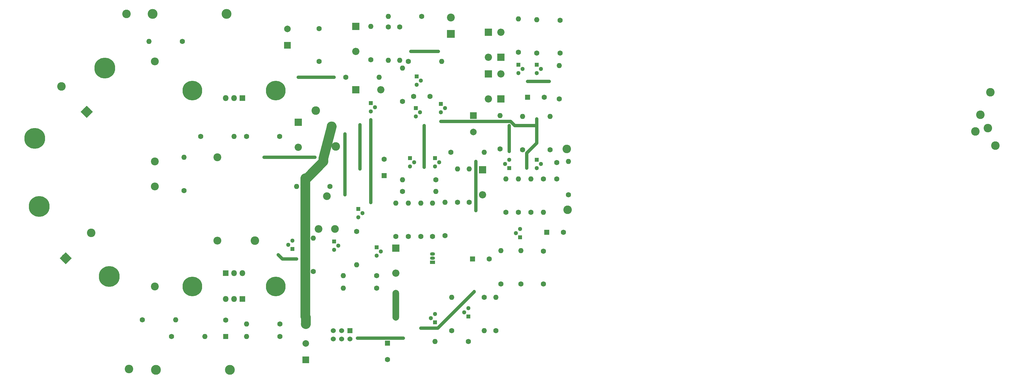
<source format=gtl>
G04 #@! TF.GenerationSoftware,KiCad,Pcbnew,5.0.1+dfsg1-3*
G04 #@! TF.CreationDate,2019-02-08T02:38:29+00:00*
G04 #@! TF.ProjectId,Trimodal Blameless_backup,5472696D6F64616C20426C616D656C65,rev?*
G04 #@! TF.SameCoordinates,Original*
G04 #@! TF.FileFunction,Copper,L1,Top,Signal*
G04 #@! TF.FilePolarity,Positive*
%FSLAX46Y46*%
G04 Gerber Fmt 4.6, Leading zero omitted, Abs format (unit mm)*
G04 Created by KiCad (PCBNEW 5.0.1+dfsg1-3) date Fri 08 Feb 2019 02:38:29 UTC*
%MOMM*%
%LPD*%
G01*
G04 APERTURE LIST*
G04 #@! TA.AperFunction,ComponentPad*
%ADD10C,6.000000*%
G04 #@! TD*
G04 #@! TA.AperFunction,ComponentPad*
%ADD11C,2.600000*%
G04 #@! TD*
G04 #@! TA.AperFunction,Conductor*
%ADD12C,0.100000*%
G04 #@! TD*
G04 #@! TA.AperFunction,ComponentPad*
%ADD13C,6.350000*%
G04 #@! TD*
G04 #@! TA.AperFunction,ComponentPad*
%ADD14O,2.400000X2.400000*%
G04 #@! TD*
G04 #@! TA.AperFunction,ComponentPad*
%ADD15C,2.400000*%
G04 #@! TD*
G04 #@! TA.AperFunction,ComponentPad*
%ADD16R,2.000000X2.000000*%
G04 #@! TD*
G04 #@! TA.AperFunction,ComponentPad*
%ADD17C,2.000000*%
G04 #@! TD*
G04 #@! TA.AperFunction,ComponentPad*
%ADD18R,2.400000X2.400000*%
G04 #@! TD*
G04 #@! TA.AperFunction,ComponentPad*
%ADD19C,1.600000*%
G04 #@! TD*
G04 #@! TA.AperFunction,ComponentPad*
%ADD20R,1.600000X1.600000*%
G04 #@! TD*
G04 #@! TA.AperFunction,ComponentPad*
%ADD21R,2.200000X2.200000*%
G04 #@! TD*
G04 #@! TA.AperFunction,ComponentPad*
%ADD22O,2.200000X2.200000*%
G04 #@! TD*
G04 #@! TA.AperFunction,ComponentPad*
%ADD23C,3.000000*%
G04 #@! TD*
G04 #@! TA.AperFunction,ComponentPad*
%ADD24O,1.800000X1.800000*%
G04 #@! TD*
G04 #@! TA.AperFunction,ComponentPad*
%ADD25R,1.800000X1.800000*%
G04 #@! TD*
G04 #@! TA.AperFunction,ComponentPad*
%ADD26C,1.300000*%
G04 #@! TD*
G04 #@! TA.AperFunction,ComponentPad*
%ADD27R,1.300000X1.300000*%
G04 #@! TD*
G04 #@! TA.AperFunction,ComponentPad*
%ADD28O,1.500000X1.050000*%
G04 #@! TD*
G04 #@! TA.AperFunction,ComponentPad*
%ADD29R,1.500000X1.050000*%
G04 #@! TD*
G04 #@! TA.AperFunction,ComponentPad*
%ADD30O,1.600000X1.600000*%
G04 #@! TD*
G04 #@! TA.AperFunction,ComponentPad*
%ADD31R,1.524000X1.524000*%
G04 #@! TD*
G04 #@! TA.AperFunction,ComponentPad*
%ADD32C,1.524000*%
G04 #@! TD*
G04 #@! TA.AperFunction,ComponentPad*
%ADD33C,2.340000*%
G04 #@! TD*
G04 #@! TA.AperFunction,ViaPad*
%ADD34C,1.000000*%
G04 #@! TD*
G04 #@! TA.AperFunction,ViaPad*
%ADD35C,3.000000*%
G04 #@! TD*
G04 #@! TA.AperFunction,ViaPad*
%ADD36C,2.000000*%
G04 #@! TD*
G04 #@! TA.AperFunction,Conductor*
%ADD37C,1.000000*%
G04 #@! TD*
G04 #@! TA.AperFunction,Conductor*
%ADD38C,3.000000*%
G04 #@! TD*
G04 #@! TA.AperFunction,Conductor*
%ADD39C,2.000000*%
G04 #@! TD*
G04 APERTURE END LIST*
D10*
G04 #@! TO.P,HS2,1*
G04 #@! TO.N,N/C*
X101600000Y-116840000D03*
X76200000Y-116840000D03*
G04 #@! TD*
D11*
G04 #@! TO.P,TR9,1*
G04 #@! TO.N,Net-(R26-Pad1)*
X43979212Y-63550252D03*
D12*
G04 #@! TD*
G04 #@! TO.N,Net-(R26-Pad1)*
G04 #@! TO.C,TR9*
G36*
X43979212Y-61711774D02*
X45817690Y-63550252D01*
X43979212Y-65388730D01*
X42140734Y-63550252D01*
X43979212Y-61711774D01*
X43979212Y-61711774D01*
G37*
D11*
G04 #@! TO.P,TR9,2*
G04 #@! TO.N,VCC*
X36257606Y-55828646D03*
D13*
G04 #@! TO.P,TR9,3*
G04 #@! TO.N,Net-(R17-Pad2)*
X49530000Y-50292000D03*
X28175375Y-71646625D03*
G04 #@! TD*
D14*
G04 #@! TO.P,R16,2*
G04 #@! TO.N,NFB*
X64770000Y-86360000D03*
D15*
G04 #@! TO.P,R16,1*
G04 #@! TO.N,Net-(D7-Pad1)*
X64770000Y-116840000D03*
G04 #@! TD*
D13*
G04 #@! TO.P,TR7,3*
G04 #@! TO.N,Net-(D7-Pad1)*
X29495627Y-92400163D03*
X50850252Y-113754788D03*
D11*
G04 #@! TO.P,TR7,2*
G04 #@! TO.N,VAA*
X45313606Y-100482394D03*
G04 #@! TO.P,TR7,1*
G04 #@! TO.N,Net-(R25-Pad2)*
X37592000Y-108204000D03*
D12*
G04 #@! TD*
G04 #@! TO.N,Net-(R25-Pad2)*
G04 #@! TO.C,TR7*
G36*
X39430478Y-108204000D02*
X37592000Y-110042478D01*
X35753522Y-108204000D01*
X37592000Y-106365522D01*
X39430478Y-108204000D01*
X39430478Y-108204000D01*
G37*
D16*
G04 #@! TO.P,C2,1*
G04 #@! TO.N,Net-(C2-Pad1)*
X161798000Y-64770000D03*
D17*
G04 #@! TO.P,C2,2*
G04 #@! TO.N,GND*
X161798000Y-69770000D03*
G04 #@! TD*
G04 #@! TO.P,C9,2*
G04 #@! TO.N,GND*
X110744000Y-134192000D03*
D16*
G04 #@! TO.P,C9,1*
G04 #@! TO.N,VAA*
X110744000Y-139192000D03*
G04 #@! TD*
G04 #@! TO.P,C10,1*
G04 #@! TO.N,GND*
X105156000Y-43354000D03*
D17*
G04 #@! TO.P,C10,2*
G04 #@! TO.N,VCC*
X105156000Y-38354000D03*
G04 #@! TD*
D18*
G04 #@! TO.P,C12,1*
G04 #@! TO.N,GND*
X154940000Y-39878000D03*
D15*
G04 #@! TO.P,C12,2*
G04 #@! TO.N,Net-(C12-Pad2)*
X154940000Y-34878000D03*
G04 #@! TD*
D19*
G04 #@! TO.P,C1,2*
G04 #@! TO.N,Net-(C1-Pad2)*
X189150000Y-100330000D03*
D20*
G04 #@! TO.P,C1,1*
G04 #@! TO.N,Net-(C1-Pad1)*
X184150000Y-100330000D03*
G04 #@! TD*
G04 #@! TO.P,C4,1*
G04 #@! TO.N,Net-(C4-Pad1)*
X86360000Y-132080000D03*
D19*
G04 #@! TO.P,C4,2*
G04 #@! TO.N,Net-(C3-Pad1)*
X86360000Y-127080000D03*
G04 #@! TD*
G04 #@! TO.P,C5,2*
G04 #@! TO.N,NFB*
X134620000Y-78058000D03*
D20*
G04 #@! TO.P,C5,1*
G04 #@! TO.N,Net-(C5-Pad1)*
X134620000Y-83058000D03*
G04 #@! TD*
G04 #@! TO.P,C15,1*
G04 #@! TO.N,Net-(C15-Pad1)*
X178308000Y-59182000D03*
D19*
G04 #@! TO.P,C15,2*
G04 #@! TO.N,Net-(C15-Pad2)*
X183308000Y-59182000D03*
G04 #@! TD*
G04 #@! TO.P,C14,2*
G04 #@! TO.N,Net-(C14-Pad2)*
X166544000Y-108458000D03*
D20*
G04 #@! TO.P,C14,1*
G04 #@! TO.N,VAA*
X161544000Y-108458000D03*
G04 #@! TD*
G04 #@! TO.P,C11,1*
G04 #@! TO.N,VAA*
X135636000Y-134112000D03*
D19*
G04 #@! TO.P,C11,2*
G04 #@! TO.N,Net-(C11-Pad2)*
X135636000Y-139112000D03*
G04 #@! TD*
G04 #@! TO.P,C3,2*
G04 #@! TO.N,Net-(C3-Pad2)*
X148590000Y-58928000D03*
G04 #@! TO.P,C3,1*
G04 #@! TO.N,Net-(C3-Pad1)*
X143590000Y-58928000D03*
G04 #@! TD*
G04 #@! TO.P,C16,1*
G04 #@! TO.N,Net-(C16-Pad1)*
X187198000Y-84074000D03*
G04 #@! TO.P,C16,2*
G04 #@! TO.N,GND*
X187198000Y-79074000D03*
G04 #@! TD*
G04 #@! TO.P,C13,2*
G04 #@! TO.N,VCC*
X114808000Y-38260000D03*
G04 #@! TO.P,C13,1*
G04 #@! TO.N,GND*
X114808000Y-48260000D03*
G04 #@! TD*
G04 #@! TO.P,C7,1*
G04 #@! TO.N,VAA*
X183134000Y-116078000D03*
G04 #@! TO.P,C7,2*
G04 #@! TO.N,GND*
X183134000Y-106078000D03*
G04 #@! TD*
G04 #@! TO.P,C6,2*
G04 #@! TO.N,GND*
X102710000Y-71120000D03*
G04 #@! TO.P,C6,1*
G04 #@! TO.N,Net-(C6-Pad1)*
X92710000Y-71120000D03*
G04 #@! TD*
G04 #@! TO.P,C17,1*
G04 #@! TO.N,GND*
X188214000Y-45720000D03*
G04 #@! TO.P,C17,2*
G04 #@! TO.N,Net-(C12-Pad2)*
X188214000Y-35720000D03*
G04 #@! TD*
D11*
G04 #@! TO.P,J4,1*
G04 #@! TO.N,GND*
X119888000Y-74168000D03*
G04 #@! TD*
G04 #@! TO.P,J3,1*
G04 #@! TO.N,Net-(J3-Pad1)*
X95250000Y-102870000D03*
G04 #@! TD*
G04 #@! TO.P,J2,1*
G04 #@! TO.N,GND*
X190246000Y-74930000D03*
G04 #@! TD*
G04 #@! TO.P,J1,1*
G04 #@! TO.N,Net-(C1-Pad2)*
X190500000Y-93472000D03*
G04 #@! TD*
D21*
G04 #@! TO.P,D5,1*
G04 #@! TO.N,Net-(D5-Pad1)*
X125984000Y-56896000D03*
D22*
G04 #@! TO.P,D5,2*
G04 #@! TO.N,Net-(D5-Pad2)*
X133604000Y-56896000D03*
G04 #@! TD*
D21*
G04 #@! TO.P,D1,1*
G04 #@! TO.N,Net-(D1-Pad1)*
X166370000Y-52070000D03*
D22*
G04 #@! TO.P,D1,2*
G04 #@! TO.N,Net-(C2-Pad1)*
X166370000Y-59690000D03*
G04 #@! TD*
G04 #@! TO.P,D2,2*
G04 #@! TO.N,Net-(D1-Pad1)*
X166370000Y-46990000D03*
D21*
G04 #@! TO.P,D2,1*
G04 #@! TO.N,GND*
X166370000Y-39370000D03*
G04 #@! TD*
G04 #@! TO.P,D4,1*
G04 #@! TO.N,Net-(D3-Pad2)*
X170180000Y-46990000D03*
D22*
G04 #@! TO.P,D4,2*
G04 #@! TO.N,GND*
X170180000Y-39370000D03*
G04 #@! TD*
G04 #@! TO.P,D6,2*
G04 #@! TO.N,Net-(D5-Pad1)*
X125984000Y-45212000D03*
D21*
G04 #@! TO.P,D6,1*
G04 #@! TO.N,VCC*
X125984000Y-37592000D03*
G04 #@! TD*
G04 #@! TO.P,D7,1*
G04 #@! TO.N,Net-(D7-Pad1)*
X164592000Y-81280000D03*
D22*
G04 #@! TO.P,D7,2*
G04 #@! TO.N,Net-(D7-Pad2)*
X164592000Y-88900000D03*
G04 #@! TD*
G04 #@! TO.P,D8,2*
G04 #@! TO.N,Net-(D8-Pad2)*
X108458000Y-74422000D03*
D21*
G04 #@! TO.P,D8,1*
G04 #@! TO.N,Net-(D8-Pad1)*
X108458000Y-66802000D03*
G04 #@! TD*
G04 #@! TO.P,D9,1*
G04 #@! TO.N,Net-(D9-Pad1)*
X138176000Y-105156000D03*
D22*
G04 #@! TO.P,D9,2*
G04 #@! TO.N,Net-(D9-Pad2)*
X138176000Y-112776000D03*
G04 #@! TD*
D23*
G04 #@! TO.P,F1,2*
G04 #@! TO.N,VAA*
X87630000Y-142240000D03*
G04 #@! TO.P,F1,1*
G04 #@! TO.N,+24V*
X65030000Y-142240000D03*
G04 #@! TD*
G04 #@! TO.P,F2,1*
G04 #@! TO.N,-24V*
X64014000Y-33782000D03*
G04 #@! TO.P,F2,2*
G04 #@! TO.N,VCC*
X86614000Y-33782000D03*
G04 #@! TD*
D15*
G04 #@! TO.P,L1,1*
G04 #@! TO.N,NFB*
X83820000Y-77470000D03*
D14*
G04 #@! TO.P,L1,2*
G04 #@! TO.N,Net-(J3-Pad1)*
X83820000Y-102870000D03*
G04 #@! TD*
D24*
G04 #@! TO.P,TR6,3*
G04 #@! TO.N,Net-(D7-Pad1)*
X91440000Y-112776000D03*
G04 #@! TO.P,TR6,2*
G04 #@! TO.N,Net-(R25-Pad2)*
X88900000Y-112776000D03*
D25*
G04 #@! TO.P,TR6,1*
G04 #@! TO.N,Net-(D7-Pad2)*
X86360000Y-112776000D03*
G04 #@! TD*
G04 #@! TO.P,TR13,1*
G04 #@! TO.N,Net-(R10-Pad2)*
X91440000Y-120650000D03*
D24*
G04 #@! TO.P,TR13,2*
G04 #@! TO.N,Net-(C4-Pad1)*
X88900000Y-120650000D03*
G04 #@! TO.P,TR13,3*
G04 #@! TO.N,Net-(C3-Pad1)*
X86360000Y-120650000D03*
G04 #@! TD*
D26*
G04 #@! TO.P,TR12,2*
G04 #@! TO.N,Net-(C3-Pad2)*
X145542000Y-63754000D03*
G04 #@! TO.P,TR12,3*
G04 #@! TO.N,GND*
X144272000Y-65024000D03*
D27*
G04 #@! TO.P,TR12,1*
G04 #@! TO.N,Net-(R36-Pad1)*
X144272000Y-62484000D03*
G04 #@! TD*
G04 #@! TO.P,TR20,1*
G04 #@! TO.N,Net-(C3-Pad1)*
X126746000Y-93218000D03*
D26*
G04 #@! TO.P,TR20,3*
G04 #@! TO.N,Net-(R11-Pad2)*
X126746000Y-95758000D03*
G04 #@! TO.P,TR20,2*
G04 #@! TO.N,Net-(R32-Pad1)*
X128016000Y-94488000D03*
G04 #@! TD*
G04 #@! TO.P,TR21,2*
G04 #@! TO.N,Net-(R41-Pad2)*
X159004000Y-124714000D03*
G04 #@! TO.P,TR21,3*
G04 #@! TO.N,Net-(R49-Pad1)*
X160274000Y-123444000D03*
D27*
G04 #@! TO.P,TR21,1*
G04 #@! TO.N,VAA*
X160274000Y-125984000D03*
G04 #@! TD*
G04 #@! TO.P,TR19,1*
G04 #@! TO.N,NFB*
X142494000Y-77724000D03*
D26*
G04 #@! TO.P,TR19,3*
G04 #@! TO.N,Net-(D8-Pad2)*
X142494000Y-80264000D03*
G04 #@! TO.P,TR19,2*
G04 #@! TO.N,Net-(R27-Pad2)*
X143764000Y-78994000D03*
G04 #@! TD*
G04 #@! TO.P,TR17,2*
G04 #@! TO.N,Net-(D5-Pad2)*
X131826000Y-62230000D03*
G04 #@! TO.P,TR17,3*
G04 #@! TO.N,Net-(TR15-Pad1)*
X130556000Y-63500000D03*
D27*
G04 #@! TO.P,TR17,1*
G04 #@! TO.N,Net-(R45-Pad1)*
X130556000Y-60960000D03*
G04 #@! TD*
G04 #@! TO.P,TR16,1*
G04 #@! TO.N,Net-(TR15-Pad1)*
X119380000Y-103124000D03*
D26*
G04 #@! TO.P,TR16,3*
G04 #@! TO.N,Net-(R15-Pad2)*
X119380000Y-105664000D03*
G04 #@! TO.P,TR16,2*
G04 #@! TO.N,Net-(R20-Pad2)*
X120650000Y-104394000D03*
G04 #@! TD*
G04 #@! TO.P,TR15,2*
G04 #@! TO.N,Net-(R30-Pad1)*
X133604000Y-106172000D03*
G04 #@! TO.P,TR15,3*
G04 #@! TO.N,Net-(C4-Pad1)*
X132334000Y-107442000D03*
D27*
G04 #@! TO.P,TR15,1*
G04 #@! TO.N,Net-(TR15-Pad1)*
X132334000Y-104902000D03*
G04 #@! TD*
G04 #@! TO.P,TR14,1*
G04 #@! TO.N,Net-(C4-Pad1)*
X106680000Y-105410000D03*
D26*
G04 #@! TO.P,TR14,3*
G04 #@! TO.N,Net-(C3-Pad1)*
X106680000Y-102870000D03*
G04 #@! TO.P,TR14,2*
G04 #@! TO.N,Net-(R15-Pad2)*
X105410000Y-104140000D03*
G04 #@! TD*
G04 #@! TO.P,TR11,2*
G04 #@! TO.N,Net-(TR10-Pad2)*
X176784000Y-50546000D03*
G04 #@! TO.P,TR11,3*
X175514000Y-51816000D03*
D27*
G04 #@! TO.P,TR11,1*
G04 #@! TO.N,Net-(R7-Pad1)*
X175514000Y-49276000D03*
G04 #@! TD*
G04 #@! TO.P,TR10,1*
G04 #@! TO.N,Net-(R6-Pad1)*
X181102000Y-49276000D03*
D26*
G04 #@! TO.P,TR10,3*
G04 #@! TO.N,Net-(C3-Pad2)*
X181102000Y-51816000D03*
G04 #@! TO.P,TR10,2*
G04 #@! TO.N,Net-(TR10-Pad2)*
X182372000Y-50546000D03*
G04 #@! TD*
G04 #@! TO.P,TR5,2*
G04 #@! TO.N,Net-(R49-Pad1)*
X148844000Y-126492000D03*
G04 #@! TO.P,TR5,3*
G04 #@! TO.N,Net-(R10-Pad1)*
X150114000Y-125222000D03*
D27*
G04 #@! TO.P,TR5,1*
G04 #@! TO.N,Net-(R13-Pad2)*
X150114000Y-127762000D03*
G04 #@! TD*
G04 #@! TO.P,TR4,1*
G04 #@! TO.N,Net-(R34-Pad1)*
X144526000Y-52832000D03*
D26*
G04 #@! TO.P,TR4,3*
G04 #@! TO.N,Net-(C3-Pad1)*
X144526000Y-55372000D03*
G04 #@! TO.P,TR4,2*
G04 #@! TO.N,Net-(R36-Pad1)*
X145796000Y-54102000D03*
G04 #@! TD*
G04 #@! TO.P,TR3,2*
G04 #@! TO.N,Net-(R40-Pad1)*
X171450000Y-79502000D03*
G04 #@! TO.P,TR3,3*
G04 #@! TO.N,Net-(TR10-Pad2)*
X172720000Y-78232000D03*
D27*
G04 #@! TO.P,TR3,1*
G04 #@! TO.N,Net-(R3-Pad2)*
X172720000Y-80772000D03*
G04 #@! TD*
G04 #@! TO.P,TR18,1*
G04 #@! TO.N,NFB*
X150114000Y-77724000D03*
D26*
G04 #@! TO.P,TR18,3*
G04 #@! TO.N,Net-(D7-Pad1)*
X150114000Y-80264000D03*
G04 #@! TO.P,TR18,2*
G04 #@! TO.N,Net-(R21-Pad2)*
X151384000Y-78994000D03*
G04 #@! TD*
G04 #@! TO.P,TR2,2*
G04 #@! TO.N,Net-(C16-Pad1)*
X182372000Y-79502000D03*
G04 #@! TO.P,TR2,3*
G04 #@! TO.N,Net-(C3-Pad2)*
X181102000Y-80772000D03*
D27*
G04 #@! TO.P,TR2,1*
G04 #@! TO.N,Net-(R2-Pad2)*
X181102000Y-78232000D03*
G04 #@! TD*
G04 #@! TO.P,TR1,1*
G04 #@! TO.N,Net-(R4-Pad2)*
X176022000Y-101854000D03*
D26*
G04 #@! TO.P,TR1,3*
G04 #@! TO.N,Net-(R35-Pad1)*
X176022000Y-99314000D03*
G04 #@! TO.P,TR1,2*
G04 #@! TO.N,Net-(C14-Pad2)*
X174752000Y-100584000D03*
G04 #@! TD*
G04 #@! TO.P,Q6,2*
G04 #@! TO.N,Net-(Q6-Pad2)*
X153162000Y-62484000D03*
G04 #@! TO.P,Q6,3*
G04 #@! TO.N,Net-(C3-Pad2)*
X151892000Y-63754000D03*
D27*
G04 #@! TO.P,Q6,1*
G04 #@! TO.N,Net-(C12-Pad2)*
X151892000Y-61214000D03*
G04 #@! TD*
D28*
G04 #@! TO.P,RG1,2*
G04 #@! TO.N,Net-(R30-Pad2)*
X149352000Y-108204000D03*
G04 #@! TO.P,RG1,3*
G04 #@! TO.N,Net-(R17-Pad2)*
X149352000Y-106934000D03*
D29*
G04 #@! TO.P,RG1,1*
G04 #@! TO.N,N/C*
X149352000Y-109474000D03*
G04 #@! TD*
D19*
G04 #@! TO.P,R42,1*
G04 #@! TO.N,VAA*
X150368000Y-84328000D03*
D30*
G04 #@! TO.P,R42,2*
G04 #@! TO.N,Net-(C5-Pad1)*
X140208000Y-84328000D03*
G04 #@! TD*
G04 #@! TO.P,R12,2*
G04 #@! TO.N,Net-(C4-Pad1)*
X80010000Y-132080000D03*
D19*
G04 #@! TO.P,R12,1*
G04 #@! TO.N,Net-(D7-Pad2)*
X69850000Y-132080000D03*
G04 #@! TD*
G04 #@! TO.P,R11,1*
G04 #@! TO.N,Net-(R10-Pad2)*
X113030000Y-112268000D03*
D30*
G04 #@! TO.P,R11,2*
G04 #@! TO.N,Net-(R11-Pad2)*
X113030000Y-102108000D03*
G04 #@! TD*
G04 #@! TO.P,R10,2*
G04 #@! TO.N,Net-(R10-Pad2)*
X92710000Y-128270000D03*
D19*
G04 #@! TO.P,R10,1*
G04 #@! TO.N,Net-(R10-Pad1)*
X102870000Y-128270000D03*
G04 #@! TD*
G04 #@! TO.P,R14,1*
G04 #@! TO.N,Net-(R10-Pad1)*
X102870000Y-132080000D03*
D30*
G04 #@! TO.P,R14,2*
G04 #@! TO.N,Net-(C4-Pad1)*
X92710000Y-132080000D03*
G04 #@! TD*
G04 #@! TO.P,R9,2*
G04 #@! TO.N,Net-(C1-Pad1)*
X183134000Y-94234000D03*
D19*
G04 #@! TO.P,R9,1*
G04 #@! TO.N,Net-(C16-Pad1)*
X183134000Y-84074000D03*
G04 #@! TD*
G04 #@! TO.P,R8,1*
G04 #@! TO.N,NFB*
X154940000Y-75946000D03*
D30*
G04 #@! TO.P,R8,2*
G04 #@! TO.N,Net-(R40-Pad1)*
X165100000Y-75946000D03*
G04 #@! TD*
G04 #@! TO.P,R7,2*
G04 #@! TO.N,Net-(C12-Pad2)*
X175514000Y-35306000D03*
D19*
G04 #@! TO.P,R7,1*
G04 #@! TO.N,Net-(R7-Pad1)*
X175514000Y-45466000D03*
G04 #@! TD*
G04 #@! TO.P,R6,1*
G04 #@! TO.N,Net-(R6-Pad1)*
X181102000Y-45720000D03*
D30*
G04 #@! TO.P,R6,2*
G04 #@! TO.N,Net-(C12-Pad2)*
X181102000Y-35560000D03*
G04 #@! TD*
G04 #@! TO.P,R5,2*
G04 #@! TO.N,Net-(C14-Pad2)*
X170180000Y-105918000D03*
D19*
G04 #@! TO.P,R5,1*
G04 #@! TO.N,Net-(R49-Pad1)*
X170180000Y-116078000D03*
G04 #@! TD*
G04 #@! TO.P,R4,1*
G04 #@! TO.N,VAA*
X176276000Y-116078000D03*
D30*
G04 #@! TO.P,R4,2*
G04 #@! TO.N,Net-(R4-Pad2)*
X176276000Y-105918000D03*
G04 #@! TD*
G04 #@! TO.P,R2,2*
G04 #@! TO.N,Net-(R2-Pad2)*
X179324000Y-84074000D03*
D19*
G04 #@! TO.P,R2,1*
G04 #@! TO.N,Net-(R2-Pad1)*
X179324000Y-94234000D03*
G04 #@! TD*
G04 #@! TO.P,R1,1*
G04 #@! TO.N,Net-(C16-Pad1)*
X185166000Y-75184000D03*
D30*
G04 #@! TO.P,R1,2*
G04 #@! TO.N,Net-(C15-Pad2)*
X185166000Y-65024000D03*
G04 #@! TD*
G04 #@! TO.P,R34,2*
G04 #@! TO.N,Net-(Q6-Pad2)*
X152146000Y-48260000D03*
D19*
G04 #@! TO.P,R34,1*
G04 #@! TO.N,Net-(R34-Pad1)*
X141986000Y-48260000D03*
G04 #@! TD*
G04 #@! TO.P,R15,1*
G04 #@! TO.N,Net-(C4-Pad1)*
X132334000Y-117348000D03*
D30*
G04 #@! TO.P,R15,2*
G04 #@! TO.N,Net-(R15-Pad2)*
X122174000Y-117348000D03*
G04 #@! TD*
G04 #@! TO.P,R35,2*
G04 #@! TO.N,Net-(R2-Pad1)*
X175514000Y-84074000D03*
D19*
G04 #@! TO.P,R35,1*
G04 #@! TO.N,Net-(R35-Pad1)*
X175514000Y-94234000D03*
G04 #@! TD*
G04 #@! TO.P,R36,1*
G04 #@! TO.N,Net-(R36-Pad1)*
X140208000Y-60452000D03*
D30*
G04 #@! TO.P,R36,2*
G04 #@! TO.N,Net-(C12-Pad2)*
X140208000Y-50292000D03*
G04 #@! TD*
G04 #@! TO.P,R37,2*
G04 #@! TO.N,Net-(C12-Pad2)*
X135890000Y-47848118D03*
D19*
G04 #@! TO.P,R37,1*
G04 #@! TO.N,VCC*
X135890000Y-37688118D03*
G04 #@! TD*
G04 #@! TO.P,R38,1*
G04 #@! TO.N,Net-(R34-Pad1)*
X139282124Y-37688118D03*
D30*
G04 #@! TO.P,R38,2*
G04 #@! TO.N,Net-(C12-Pad2)*
X139282124Y-47848118D03*
G04 #@! TD*
G04 #@! TO.P,R39,2*
G04 #@! TO.N,GND*
X168656000Y-120142000D03*
D19*
G04 #@! TO.P,R39,1*
G04 #@! TO.N,Net-(C11-Pad2)*
X168656000Y-130302000D03*
G04 #@! TD*
G04 #@! TO.P,R40,1*
G04 #@! TO.N,Net-(R40-Pad1)*
X169926000Y-74930000D03*
D30*
G04 #@! TO.P,R40,2*
G04 #@! TO.N,Net-(C2-Pad1)*
X169926000Y-64770000D03*
G04 #@! TD*
G04 #@! TO.P,R3,2*
G04 #@! TO.N,Net-(R3-Pad2)*
X171704000Y-84074000D03*
D19*
G04 #@! TO.P,R3,1*
G04 #@! TO.N,Net-(R2-Pad1)*
X171704000Y-94234000D03*
G04 #@! TD*
G04 #@! TO.P,R13,1*
G04 #@! TO.N,VAA*
X160274000Y-133604000D03*
D30*
G04 #@! TO.P,R13,2*
G04 #@! TO.N,Net-(R13-Pad2)*
X150114000Y-133604000D03*
G04 #@! TD*
G04 #@! TO.P,R43,2*
G04 #@! TO.N,Net-(R30-Pad2)*
X150368000Y-87884000D03*
D19*
G04 #@! TO.P,R43,1*
G04 #@! TO.N,Net-(C5-Pad1)*
X140208000Y-87884000D03*
G04 #@! TD*
G04 #@! TO.P,R44,1*
G04 #@! TO.N,Net-(D9-Pad2)*
X141986000Y-101600000D03*
D30*
G04 #@! TO.P,R44,2*
G04 #@! TO.N,Net-(D5-Pad2)*
X141986000Y-91440000D03*
G04 #@! TD*
G04 #@! TO.P,R45,2*
G04 #@! TO.N,VCC*
X130556000Y-37592000D03*
D19*
G04 #@! TO.P,R45,1*
G04 #@! TO.N,Net-(R45-Pad1)*
X130556000Y-47752000D03*
G04 #@! TD*
G04 #@! TO.P,R46,1*
G04 #@! TO.N,Net-(C15-Pad2)*
X187960000Y-59690000D03*
D30*
G04 #@! TO.P,R46,2*
G04 #@! TO.N,GND*
X187960000Y-49530000D03*
G04 #@! TD*
G04 #@! TO.P,R47,2*
G04 #@! TO.N,Net-(C15-Pad1)*
X176784000Y-65024000D03*
D19*
G04 #@! TO.P,R47,1*
G04 #@! TO.N,Net-(R40-Pad1)*
X176784000Y-75184000D03*
G04 #@! TD*
G04 #@! TO.P,R48,1*
G04 #@! TO.N,Net-(C1-Pad2)*
X190754000Y-88900000D03*
D30*
G04 #@! TO.P,R48,2*
G04 #@! TO.N,GND*
X190754000Y-78740000D03*
G04 #@! TD*
G04 #@! TO.P,R49,2*
G04 #@! TO.N,Net-(C11-Pad2)*
X165100000Y-130302000D03*
D19*
G04 #@! TO.P,R49,1*
G04 #@! TO.N,Net-(R49-Pad1)*
X165100000Y-120142000D03*
G04 #@! TD*
G04 #@! TO.P,R18,1*
G04 #@! TO.N,NFB*
X78740000Y-71120000D03*
D30*
G04 #@! TO.P,R18,2*
G04 #@! TO.N,Net-(C6-Pad1)*
X88900000Y-71120000D03*
G04 #@! TD*
G04 #@! TO.P,R19,2*
G04 #@! TO.N,NFB*
X73660000Y-77470000D03*
D19*
G04 #@! TO.P,R19,1*
G04 #@! TO.N,Net-(J3-Pad1)*
X73660000Y-87630000D03*
G04 #@! TD*
G04 #@! TO.P,R41,1*
G04 #@! TO.N,Net-(R13-Pad2)*
X155194000Y-130302000D03*
D30*
G04 #@! TO.P,R41,2*
G04 #@! TO.N,Net-(R41-Pad2)*
X155194000Y-120142000D03*
G04 #@! TD*
G04 #@! TO.P,R21,2*
G04 #@! TO.N,Net-(R21-Pad2)*
X156972000Y-81026000D03*
D19*
G04 #@! TO.P,R21,1*
G04 #@! TO.N,VAA*
X156972000Y-91186000D03*
G04 #@! TD*
G04 #@! TO.P,R23,1*
G04 #@! TO.N,Net-(D7-Pad1)*
X160528000Y-91186000D03*
D30*
G04 #@! TO.P,R23,2*
G04 #@! TO.N,Net-(R21-Pad2)*
X160528000Y-81026000D03*
G04 #@! TD*
G04 #@! TO.P,R24,2*
G04 #@! TO.N,Net-(C3-Pad1)*
X133096000Y-53086000D03*
D19*
G04 #@! TO.P,R24,1*
G04 #@! TO.N,Net-(D8-Pad1)*
X122936000Y-53086000D03*
G04 #@! TD*
G04 #@! TO.P,R25,1*
G04 #@! TO.N,VAA*
X60960000Y-127000000D03*
D30*
G04 #@! TO.P,R25,2*
G04 #@! TO.N,Net-(R25-Pad2)*
X71120000Y-127000000D03*
G04 #@! TD*
G04 #@! TO.P,R26,2*
G04 #@! TO.N,VCC*
X62992000Y-42164000D03*
D19*
G04 #@! TO.P,R26,1*
G04 #@! TO.N,Net-(R26-Pad1)*
X73152000Y-42164000D03*
G04 #@! TD*
G04 #@! TO.P,R27,1*
G04 #@! TO.N,Net-(R17-Pad2)*
X149352000Y-101600000D03*
D30*
G04 #@! TO.P,R27,2*
G04 #@! TO.N,Net-(R27-Pad2)*
X149352000Y-91440000D03*
G04 #@! TD*
G04 #@! TO.P,R29,2*
G04 #@! TO.N,VCC*
X135890000Y-34544000D03*
D19*
G04 #@! TO.P,R29,1*
G04 #@! TO.N,Net-(R27-Pad2)*
X146050000Y-34544000D03*
G04 #@! TD*
G04 #@! TO.P,R31,1*
G04 #@! TO.N,Net-(R30-Pad1)*
X145796000Y-101600000D03*
D30*
G04 #@! TO.P,R31,2*
G04 #@! TO.N,Net-(R17-Pad2)*
X145796000Y-91440000D03*
G04 #@! TD*
G04 #@! TO.P,R32,2*
G04 #@! TO.N,Net-(C3-Pad1)*
X107950000Y-86360000D03*
D19*
G04 #@! TO.P,R32,1*
G04 #@! TO.N,Net-(R32-Pad1)*
X118110000Y-86360000D03*
G04 #@! TD*
G04 #@! TO.P,R33,1*
G04 #@! TO.N,Net-(D9-Pad1)*
X138176000Y-101600000D03*
D30*
G04 #@! TO.P,R33,2*
G04 #@! TO.N,Net-(R32-Pad1)*
X138176000Y-91440000D03*
G04 #@! TD*
G04 #@! TO.P,R30,2*
G04 #@! TO.N,Net-(R30-Pad2)*
X153162000Y-91186000D03*
D19*
G04 #@! TO.P,R30,1*
G04 #@! TO.N,Net-(R30-Pad1)*
X153162000Y-101346000D03*
G04 #@! TD*
G04 #@! TO.P,R20,1*
G04 #@! TO.N,Net-(D7-Pad1)*
X132334000Y-113538000D03*
D30*
G04 #@! TO.P,R20,2*
G04 #@! TO.N,Net-(R20-Pad2)*
X122174000Y-113538000D03*
G04 #@! TD*
D15*
G04 #@! TO.P,R17,1*
G04 #@! TO.N,NFB*
X64770000Y-78740000D03*
D14*
G04 #@! TO.P,R17,2*
G04 #@! TO.N,Net-(R17-Pad2)*
X64770000Y-48260000D03*
G04 #@! TD*
D10*
G04 #@! TO.P,HS1,1*
G04 #@! TO.N,N/C*
X76200000Y-57150000D03*
X101600000Y-57150000D03*
G04 #@! TD*
D25*
G04 #@! TO.P,TR8,1*
G04 #@! TO.N,Net-(D8-Pad1)*
X91440000Y-59436000D03*
D24*
G04 #@! TO.P,TR8,2*
G04 #@! TO.N,Net-(R26-Pad1)*
X88900000Y-59436000D03*
G04 #@! TO.P,TR8,3*
G04 #@! TO.N,Net-(R17-Pad2)*
X86360000Y-59436000D03*
G04 #@! TD*
D21*
G04 #@! TO.P,D3,1*
G04 #@! TO.N,Net-(C2-Pad1)*
X170180000Y-59690000D03*
D22*
G04 #@! TO.P,D3,2*
G04 #@! TO.N,Net-(D3-Pad2)*
X170180000Y-52070000D03*
G04 #@! TD*
D11*
G04 #@! TO.P,JL1,1*
G04 #@! TO.N,Net-(JL1-Pad1)*
X56896000Y-141986000D03*
G04 #@! TD*
G04 #@! TO.P,JL2,1*
G04 #@! TO.N,Net-(JL2-Pad1)*
X56134000Y-33782000D03*
G04 #@! TD*
G04 #@! TO.P,TP1,1*
G04 #@! TO.N,Net-(TP1-Pad1)*
X318516000Y-68580000D03*
G04 #@! TD*
G04 #@! TO.P,TP2,1*
G04 #@! TO.N,Net-(TP2-Pad1)*
X319278000Y-57658000D03*
G04 #@! TD*
G04 #@! TO.P,TP3,1*
G04 #@! TO.N,Net-(TP3-Pad1)*
X316230000Y-64516000D03*
G04 #@! TD*
G04 #@! TO.P,TP4,1*
G04 #@! TO.N,Net-(TP4-Pad1)*
X314706000Y-69596000D03*
G04 #@! TD*
G04 #@! TO.P,TP5,1*
G04 #@! TO.N,Net-(TP5-Pad1)*
X320802000Y-73914000D03*
G04 #@! TD*
G04 #@! TO.P,TP6,1*
G04 #@! TO.N,Net-(TP6-Pad1)*
X113792000Y-63246000D03*
G04 #@! TD*
D19*
G04 #@! TO.P,R22,1*
G04 #@! TO.N,Net-(R11-Pad2)*
X126238000Y-100076000D03*
D30*
G04 #@! TO.P,R22,2*
G04 #@! TO.N,Net-(PR1-Pad1)*
X126238000Y-110236000D03*
G04 #@! TD*
D31*
G04 #@! TO.P,SW1,1*
G04 #@! TO.N,VAA*
X124206000Y-130302000D03*
D32*
G04 #@! TO.P,SW1,2*
G04 #@! TO.N,Net-(D9-Pad2)*
X121666000Y-130302000D03*
G04 #@! TO.P,SW1,3*
G04 #@! TO.N,N/C*
X119126000Y-130302000D03*
G04 #@! TO.P,SW1,4*
X119126000Y-132842000D03*
G04 #@! TO.P,SW1,5*
X121666000Y-132842000D03*
G04 #@! TO.P,SW1,6*
X124206000Y-132842000D03*
G04 #@! TD*
D33*
G04 #@! TO.P,PR1,3*
G04 #@! TO.N,Net-(C3-Pad1)*
X114634000Y-99314000D03*
G04 #@! TO.P,PR1,2*
X117134000Y-89314000D03*
G04 #@! TO.P,PR1,1*
G04 #@! TO.N,Net-(PR1-Pad1)*
X119634000Y-99314000D03*
G04 #@! TD*
D34*
G04 #@! TO.N,NFB*
X113538000Y-77470000D03*
X98044000Y-77470000D03*
G04 #@! TO.N,Net-(D7-Pad1)*
X162560000Y-93726000D03*
X162560000Y-78740000D03*
G04 #@! TO.N,Net-(C3-Pad1)*
X122682000Y-88900000D03*
X122682000Y-70358000D03*
G04 #@! TO.N,Net-(R27-Pad2)*
X146812000Y-80518000D03*
X146812000Y-67818000D03*
X151130000Y-45212000D03*
X142748000Y-45212000D03*
G04 #@! TO.N,Net-(D8-Pad1)*
X119380000Y-53086000D03*
X108458000Y-53086000D03*
G04 #@! TO.N,Net-(R49-Pad1)*
X145796000Y-129540000D03*
X162052000Y-118364000D03*
D35*
G04 #@! TO.N,GND*
X110744000Y-128270000D03*
X118618000Y-68072000D03*
D36*
G04 #@! TO.N,Net-(D9-Pad2)*
X138176000Y-126238000D03*
X138176000Y-118872000D03*
D34*
G04 #@! TO.N,Net-(D5-Pad2)*
X127254000Y-67564000D03*
X127254000Y-81026000D03*
G04 #@! TO.N,Net-(R15-Pad2)*
X102362000Y-107188000D03*
X107950000Y-108458000D03*
G04 #@! TO.N,Net-(R10-Pad1)*
X140462000Y-132588000D03*
X126492000Y-132588000D03*
G04 #@! TO.N,Net-(C3-Pad2)*
X178054000Y-80772000D03*
X181102000Y-65786000D03*
X151892000Y-66548000D03*
G04 #@! TO.N,Net-(TR10-Pad2)*
X172720000Y-75692000D03*
X178308000Y-54356000D03*
X184912000Y-54356000D03*
X172720000Y-67818000D03*
G04 #@! TO.N,Net-(TR15-Pad1)*
X130556000Y-66040000D03*
X130556000Y-91240894D03*
G04 #@! TD*
D37*
G04 #@! TO.N,NFB*
X113538000Y-77470000D02*
X98044000Y-77470000D01*
G04 #@! TO.N,Net-(D7-Pad1)*
X162560000Y-78740000D02*
X162560000Y-93726000D01*
G04 #@! TO.N,Net-(C3-Pad1)*
X122682000Y-70358000D02*
X122682000Y-88900000D01*
G04 #@! TO.N,Net-(R27-Pad2)*
X146812000Y-79810894D02*
X146812000Y-67818000D01*
X146812000Y-80518000D02*
X146812000Y-79810894D01*
X151130000Y-45212000D02*
X142748000Y-45212000D01*
G04 #@! TO.N,Net-(D8-Pad1)*
X119380000Y-53086000D02*
X108458000Y-53086000D01*
G04 #@! TO.N,Net-(R49-Pad1)*
X150896002Y-129540000D02*
X162052000Y-118384002D01*
X145796000Y-129540000D02*
X150896002Y-129540000D01*
D38*
G04 #@! TO.N,GND*
X110529999Y-125934679D02*
X110529999Y-83780001D01*
X110744000Y-128270000D02*
X110744000Y-126148680D01*
X110744000Y-126148680D02*
X110529999Y-125934679D01*
X110529999Y-83780001D02*
X111037999Y-83780001D01*
X111037999Y-83780001D02*
X116078000Y-78740000D01*
X116078000Y-78740000D02*
X116078000Y-77724000D01*
X116078000Y-77724000D02*
X118618000Y-68072000D01*
D39*
G04 #@! TO.N,Net-(D9-Pad2)*
X138176000Y-118872000D02*
X138176000Y-126238000D01*
D37*
G04 #@! TO.N,Net-(D5-Pad2)*
X127254000Y-67564000D02*
X127254000Y-80010000D01*
X127254000Y-80010000D02*
X127254000Y-81026000D01*
G04 #@! TO.N,Net-(R15-Pad2)*
X103632000Y-108458000D02*
X102362000Y-107188000D01*
X107950000Y-108458000D02*
X103632000Y-108458000D01*
G04 #@! TO.N,Net-(R10-Pad1)*
X140462000Y-132588000D02*
X126492000Y-132588000D01*
G04 #@! TO.N,Net-(C3-Pad2)*
X181102000Y-66493106D02*
X181102000Y-65786000D01*
X178054000Y-76134002D02*
X181102000Y-73086002D01*
X178054000Y-80772000D02*
X178054000Y-76134002D01*
X181102000Y-67310000D02*
X181102000Y-66493106D01*
X151892000Y-66548000D02*
X151892000Y-66548000D01*
X152599106Y-66548000D02*
X151892000Y-66548000D01*
X173147070Y-66548000D02*
X152599106Y-66548000D01*
X181102000Y-67818000D02*
X174417070Y-67818000D01*
X181102000Y-67818000D02*
X181102000Y-67310000D01*
X174417070Y-67818000D02*
X173147070Y-66548000D01*
X181102000Y-73086002D02*
X181102000Y-67818000D01*
G04 #@! TO.N,Net-(TR10-Pad2)*
X184912000Y-54356000D02*
X178308000Y-54356000D01*
X172720000Y-75692000D02*
X172720000Y-67818000D01*
X172720000Y-67818000D02*
X172720000Y-67818000D01*
G04 #@! TO.N,Net-(TR15-Pad1)*
X130556000Y-91240894D02*
X130556000Y-91240894D01*
X130556000Y-91240894D02*
X130556000Y-66802000D01*
X130556000Y-66040000D02*
X130556000Y-66802000D01*
G04 #@! TD*
M02*

</source>
